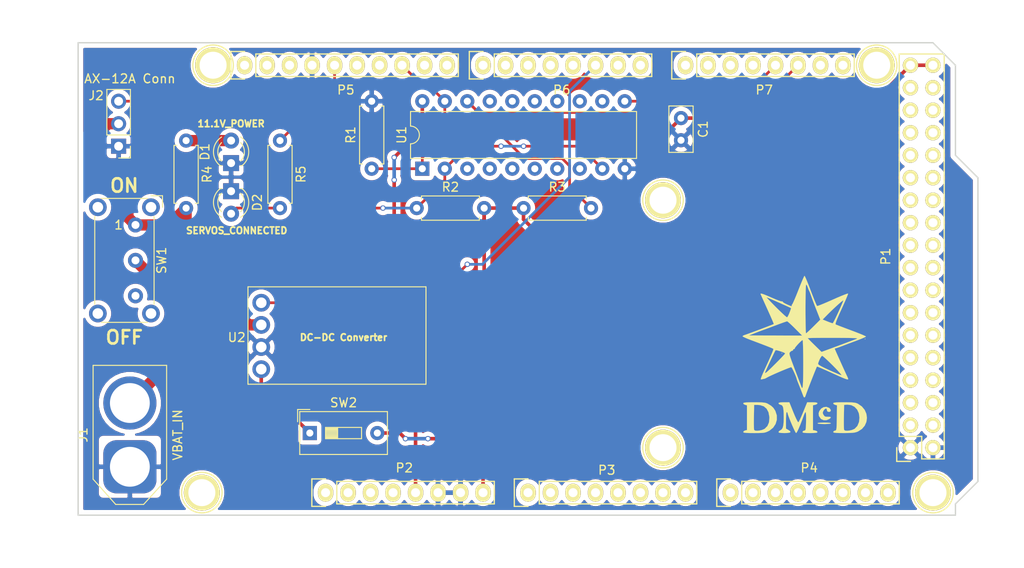
<source format=kicad_pcb>
(kicad_pcb (version 20171130) (host pcbnew "(5.1.10)-1")
  (title_block (date "mar. 31 mars 2015"))
  (layers (0 F.Cu signal) (31 B.Cu signal) (34 B.Paste user) (35 F.Paste user) (36 B.SilkS user) (37 F.SilkS user) (38 B.Mask user) (39 F.Mask user) (44 Edge.Cuts user))
  (net 0 "")
  (net 1 GND)
  (net 2 "/52(SCK)")
  (net 3 "/53(SS)")
  (net 4 "/50(MISO)")
  (net 5 "/51(MOSI)")
  (net 6 /48)
  (net 7 /49)
  (net 8 /46)
  (net 9 /47)
  (net 10 /44)
  (net 11 /45)
  (net 12 /42)
  (net 13 /43)
  (net 14 /40)
  (net 15 /41)
  (net 16 /38)
  (net 17 /39)
  (net 18 /36)
  (net 19 /37)
  (net 20 /34)
  (net 21 /35)
  (net 22 /32)
  (net 23 /33)
  (net 24 /30)
  (net 25 /31)
  (net 26 /28)
  (net 27 /29)
  (net 28 /26)
  (net 29 /27)
  (net 30 /24)
  (net 31 /25)
  (net 32 /22)
  (net 33 /23)
  (net 34 +5V)
  (net 35 /IOREF)
  (net 36 /Reset)
  (net 37 /Vin)
  (net 38 /A0)
  (net 39 /A1)
  (net 40 /A2)
  (net 41 /A3)
  (net 42 /A4)
  (net 43 /A5)
  (net 44 /A6)
  (net 45 /A7)
  (net 46 /A8)
  (net 47 /A9)
  (net 48 /A10)
  (net 49 /A11)
  (net 50 /A12)
  (net 51 /A13)
  (net 52 /A14)
  (net 53 /A15)
  (net 54 /SCL)
  (net 55 /SDA)
  (net 56 /AREF)
  (net 57 "/13(**)")
  (net 58 "/12(**)")
  (net 59 "/11(**)")
  (net 60 "/10(**)")
  (net 61 "/9(**)")
  (net 62 "/8(**)")
  (net 63 "/7(**)")
  (net 64 "/6(**)")
  (net 65 "/5(**)")
  (net 66 "/4(**)")
  (net 67 "/3(**)")
  (net 68 "/2(**)")
  (net 69 "/20(SDA)")
  (net 70 "/21(SCL)")
  (net 71 "Net-(P8-Pad1)")
  (net 72 "Net-(P9-Pad1)")
  (net 73 "Net-(P10-Pad1)")
  (net 74 "Net-(P11-Pad1)")
  (net 75 "Net-(P12-Pad1)")
  (net 76 "Net-(P13-Pad1)")
  (net 77 "Net-(P2-Pad1)")
  (net 78 +3V3)
  (net 79 "/1(Tx0)")
  (net 80 "/0(Rx0)")
  (net 81 "/14(Tx3)")
  (net 82 "/15(Rx3)")
  (net 83 "/16(Tx2)")
  (net 84 "/17(Rx2)")
  (net 85 "/18(Tx1)")
  (net 86 "/19(Rx1)")
  (net 87 "Net-(U1-Pad12)")
  (net 88 "Net-(U1-Pad3)")
  (net 89 "Net-(U1-Pad13)")
  (net 90 "Net-(U1-Pad4)")
  (net 91 "Net-(U1-Pad14)")
  (net 92 "Net-(U1-Pad5)")
  (net 93 "Net-(U1-Pad15)")
  (net 94 "Net-(U1-Pad6)")
  (net 95 "Net-(U1-Pad16)")
  (net 96 "Net-(U1-Pad7)")
  (net 97 "Net-(U1-Pad17)")
  (net 98 "Net-(U1-Pad8)")
  (net 99 "Net-(J1-Pad2)")
  (net 100 "Net-(J2-Pad3)")
  (net 101 "Net-(D1-Pad2)")
  (net 102 "Net-(J2-Pad2)")
  (net 103 "Net-(SW1-Pad3)")
  (net 104 "Net-(D2-Pad2)")
  (net 105 "Net-(SW2-Pad1)")
  (module TMC2208_SILENTSTEPSTICK_UPDATE:dmcdaid_new_logo3 (layer F.Cu) (at 185.42 103.505)
    (fp_text reference G*** hide)
    (fp_text value LOGO hide)
  )
  (module Resistor_THT:R_Axial_DIN0207_L6.3mm_D2.5mm_P7.62mm_Horizontal (layer F.Cu) (at 115.57 79.375 270)
    (fp_text reference R4 (at 3.81 -2.37 90) (layer F.SilkS))
    (fp_text value "value needs calcd")
    (pad 1 thru_hole circle (at 0 0 270) (size 1.6 1.6) (drill 0.8) (layers *.Cu *.Mask) (net 101 "Net-(D1-Pad2)"))
    (pad 2 thru_hole oval (at 7.62 0 270) (size 1.6 1.6) (drill 0.8) (layers *.Cu *.Mask) (net 102 "Net-(J2-Pad2)"))
  )
  (module Socket_Arduino_Mega:Arduino_1pin (layer F.Cu) (at 118.618 70.866)
    (fp_text reference P11 hide)
    (fp_text value CONN_01X01 hide)
    (pad 1 thru_hole circle (at 0 0) (size 4.064 4.064) (drill 3.048) (layers *.Cu *.Mask F.SilkS) (net 74 "Net-(P11-Pad1)"))
  )
  (module Resistor_THT:R_Axial_DIN0207_L6.3mm_D2.5mm_P7.62mm_Horizontal (layer F.Cu) (at 153.67 86.995)
    (fp_text reference R3 (at 3.81 -2.37) (layer F.SilkS))
    (fp_text value 10K)
    (pad 2 thru_hole oval (at 7.62 0) (size 1.6 1.6) (drill 0.8) (layers *.Cu *.Mask) (net 86 "/19(Rx1)"))
    (pad 1 thru_hole circle (at 0 0) (size 1.6 1.6) (drill 0.8) (layers *.Cu *.Mask) (net 34 +5V))
  )
  (module Socket_Arduino_Mega:Socket_Strip_Arduino_2x18 (layer F.Cu) (at 197.358 114.046 90)
    (fp_text reference P1 (at 21.59 -2.794 90) (layer F.SilkS))
    (fp_text value Digital)
    (pad 1 thru_hole circle (at 0 0 90) (size 1.7272 1.7272) (drill 1.016) (layers *.Cu *.Mask F.SilkS) (net 1 GND))
    (pad 2 thru_hole oval (at 0 2.54 90) (size 1.7272 1.7272) (drill 1.016) (layers *.Cu *.Mask F.SilkS) (net 1 GND))
    (pad 3 thru_hole oval (at 2.54 0 90) (size 1.7272 1.7272) (drill 1.016) (layers *.Cu *.Mask F.SilkS) (net 2 "/52(SCK)"))
    (pad 4 thru_hole oval (at 2.54 2.54 90) (size 1.7272 1.7272) (drill 1.016) (layers *.Cu *.Mask F.SilkS) (net 3 "/53(SS)"))
    (pad 5 thru_hole oval (at 5.08 0 90) (size 1.7272 1.7272) (drill 1.016) (layers *.Cu *.Mask F.SilkS) (net 4 "/50(MISO)"))
    (pad 6 thru_hole oval (at 5.08 2.54 90) (size 1.7272 1.7272) (drill 1.016) (layers *.Cu *.Mask F.SilkS) (net 5 "/51(MOSI)"))
    (pad 7 thru_hole oval (at 7.62 0 90) (size 1.7272 1.7272) (drill 1.016) (layers *.Cu *.Mask F.SilkS) (net 6 /48))
    (pad 8 thru_hole oval (at 7.62 2.54 90) (size 1.7272 1.7272) (drill 1.016) (layers *.Cu *.Mask F.SilkS) (net 7 /49))
    (pad 9 thru_hole oval (at 10.16 0 90) (size 1.7272 1.7272) (drill 1.016) (layers *.Cu *.Mask F.SilkS) (net 8 /46))
    (pad 10 thru_hole oval (at 10.16 2.54 90) (size 1.7272 1.7272) (drill 1.016) (layers *.Cu *.Mask F.SilkS) (net 9 /47))
    (pad 11 thru_hole oval (at 12.7 0 90) (size 1.7272 1.7272) (drill 1.016) (layers *.Cu *.Mask F.SilkS) (net 10 /44))
    (pad 12 thru_hole oval (at 12.7 2.54 90) (size 1.7272 1.7272) (drill 1.016) (layers *.Cu *.Mask F.SilkS) (net 11 /45))
    (pad 13 thru_hole oval (at 15.24 0 90) (size 1.7272 1.7272) (drill 1.016) (layers *.Cu *.Mask F.SilkS) (net 12 /42))
    (pad 14 thru_hole oval (at 15.24 2.54 90) (size 1.7272 1.7272) (drill 1.016) (layers *.Cu *.Mask F.SilkS) (net 13 /43))
    (pad 15 thru_hole oval (at 17.78 0 90) (size 1.7272 1.7272) (drill 1.016) (layers *.Cu *.Mask F.SilkS) (net 14 /40))
    (pad 16 thru_hole oval (at 17.78 2.54 90) (size 1.7272 1.7272) (drill 1.016) (layers *.Cu *.Mask F.SilkS) (net 15 /41))
    (pad 17 thru_hole oval (at 20.32 0 90) (size 1.7272 1.7272) (drill 1.016) (layers *.Cu *.Mask F.SilkS) (net 16 /38))
    (pad 18 thru_hole oval (at 20.32 2.54 90) (size 1.7272 1.7272) (drill 1.016) (layers *.Cu *.Mask F.SilkS) (net 17 /39))
    (pad 19 thru_hole oval (at 22.86 0 90) (size 1.7272 1.7272) (drill 1.016) (layers *.Cu *.Mask F.SilkS) (net 18 /36))
    (pad 20 thru_hole oval (at 22.86 2.54 90) (size 1.7272 1.7272) (drill 1.016) (layers *.Cu *.Mask F.SilkS) (net 19 /37))
    (pad 21 thru_hole oval (at 25.4 0 90) (size 1.7272 1.7272) (drill 1.016) (layers *.Cu *.Mask F.SilkS) (net 20 /34))
    (pad 22 thru_hole oval (at 25.4 2.54 90) (size 1.7272 1.7272) (drill 1.016) (layers *.Cu *.Mask F.SilkS) (net 21 /35))
    (pad 23 thru_hole oval (at 27.94 0 90) (size 1.7272 1.7272) (drill 1.016) (layers *.Cu *.Mask F.SilkS) (net 22 /32))
    (pad 24 thru_hole oval (at 27.94 2.54 90) (size 1.7272 1.7272) (drill 1.016) (layers *.Cu *.Mask F.SilkS) (net 23 /33))
    (pad 25 thru_hole oval (at 30.48 0 90) (size 1.7272 1.7272) (drill 1.016) (layers *.Cu *.Mask F.SilkS) (net 24 /30))
    (pad 26 thru_hole oval (at 30.48 2.54 90) (size 1.7272 1.7272) (drill 1.016) (layers *.Cu *.Mask F.SilkS) (net 25 /31))
    (pad 27 thru_hole oval (at 33.02 0 90) (size 1.7272 1.7272) (drill 1.016) (layers *.Cu *.Mask F.SilkS) (net 26 /28))
    (pad 28 thru_hole oval (at 33.02 2.54 90) (size 1.7272 1.7272) (drill 1.016) (layers *.Cu *.Mask F.SilkS) (net 27 /29))
    (pad 29 thru_hole oval (at 35.56 0 90) (size 1.7272 1.7272) (drill 1.016) (layers *.Cu *.Mask F.SilkS) (net 28 /26))
    (pad 30 thru_hole oval (at 35.56 2.54 90) (size 1.7272 1.7272) (drill 1.016) (layers *.Cu *.Mask F.SilkS) (net 29 /27))
    (pad 31 thru_hole oval (at 38.1 0 90) (size 1.7272 1.7272) (drill 1.016) (layers *.Cu *.Mask F.SilkS) (net 30 /24))
    (pad 32 thru_hole oval (at 38.1 2.54 90) (size 1.7272 1.7272) (drill 1.016) (layers *.Cu *.Mask F.SilkS) (net 31 /25))
    (pad 33 thru_hole oval (at 40.64 0 90) (size 1.7272 1.7272) (drill 1.016) (layers *.Cu *.Mask F.SilkS) (net 32 /22))
    (pad 34 thru_hole oval (at 40.64 2.54 90) (size 1.7272 1.7272) (drill 1.016) (layers *.Cu *.Mask F.SilkS) (net 33 /23))
    (pad 35 thru_hole oval (at 43.18 0 90) (size 1.7272 1.7272) (drill 1.016) (layers *.Cu *.Mask F.SilkS) (net 34 +5V))
    (pad 36 thru_hole oval (at 43.18 2.54 90) (size 1.7272 1.7272) (drill 1.016) (layers *.Cu *.Mask F.SilkS) (net 34 +5V))
  )
  (module Socket_Arduino_Mega:Socket_Strip_Arduino_1x08 (layer F.Cu) (at 131.318 119.126)
    (fp_text reference P2 (at 8.89 -2.794) (layer F.SilkS))
    (fp_text value Power)
    (pad 1 thru_hole oval (at 0 0) (size 1.7272 2.032) (drill 1.016) (layers *.Cu *.Mask F.SilkS) (net 77 "Net-(P2-Pad1)"))
    (pad 2 thru_hole oval (at 2.54 0) (size 1.7272 2.032) (drill 1.016) (layers *.Cu *.Mask F.SilkS) (net 35 /IOREF))
    (pad 3 thru_hole oval (at 5.08 0) (size 1.7272 2.032) (drill 1.016) (layers *.Cu *.Mask F.SilkS) (net 36 /Reset))
    (pad 4 thru_hole oval (at 7.62 0) (size 1.7272 2.032) (drill 1.016) (layers *.Cu *.Mask F.SilkS) (net 78 +3V3))
    (pad 5 thru_hole oval (at 10.16 0) (size 1.7272 2.032) (drill 1.016) (layers *.Cu *.Mask F.SilkS) (net 34 +5V))
    (pad 6 thru_hole oval (at 12.7 0) (size 1.7272 2.032) (drill 1.016) (layers *.Cu *.Mask F.SilkS) (net 1 GND))
    (pad 7 thru_hole oval (at 15.24 0) (size 1.7272 2.032) (drill 1.016) (layers *.Cu *.Mask F.SilkS) (net 1 GND))
    (pad 8 thru_hole oval (at 17.78 0) (size 1.7272 2.032) (drill 1.016) (layers *.Cu *.Mask F.SilkS) (net 37 /Vin))
  )
  (module Socket_Arduino_Mega:Socket_Strip_Arduino_1x08 (layer F.Cu) (at 154.178 119.126)
    (fp_text reference P3 (at 8.89 -2.54) (layer F.SilkS))
    (fp_text value Analog)
    (pad 1 thru_hole oval (at 0 0) (size 1.7272 2.032) (drill 1.016) (layers *.Cu *.Mask F.SilkS) (net 38 /A0))
    (pad 2 thru_hole oval (at 2.54 0) (size 1.7272 2.032) (drill 1.016) (layers *.Cu *.Mask F.SilkS) (net 39 /A1))
    (pad 3 thru_hole oval (at 5.08 0) (size 1.7272 2.032) (drill 1.016) (layers *.Cu *.Mask F.SilkS) (net 40 /A2))
    (pad 4 thru_hole oval (at 7.62 0) (size 1.7272 2.032) (drill 1.016) (layers *.Cu *.Mask F.SilkS) (net 41 /A3))
    (pad 5 thru_hole oval (at 10.16 0) (size 1.7272 2.032) (drill 1.016) (layers *.Cu *.Mask F.SilkS) (net 42 /A4))
    (pad 6 thru_hole oval (at 12.7 0) (size 1.7272 2.032) (drill 1.016) (layers *.Cu *.Mask F.SilkS) (net 43 /A5))
    (pad 7 thru_hole oval (at 15.24 0) (size 1.7272 2.032) (drill 1.016) (layers *.Cu *.Mask F.SilkS) (net 44 /A6))
    (pad 8 thru_hole oval (at 17.78 0) (size 1.7272 2.032) (drill 1.016) (layers *.Cu *.Mask F.SilkS) (net 45 /A7))
  )
  (module Socket_Arduino_Mega:Socket_Strip_Arduino_1x08 (layer F.Cu) (at 177.038 119.126)
    (fp_text reference P4 (at 8.89 -2.794) (layer F.SilkS))
    (fp_text value Analog)
    (pad 1 thru_hole oval (at 0 0) (size 1.7272 2.032) (drill 1.016) (layers *.Cu *.Mask F.SilkS) (net 46 /A8))
    (pad 2 thru_hole oval (at 2.54 0) (size 1.7272 2.032) (drill 1.016) (layers *.Cu *.Mask F.SilkS) (net 47 /A9))
    (pad 3 thru_hole oval (at 5.08 0) (size 1.7272 2.032) (drill 1.016) (layers *.Cu *.Mask F.SilkS) (net 48 /A10))
    (pad 4 thru_hole oval (at 7.62 0) (size 1.7272 2.032) (drill 1.016) (layers *.Cu *.Mask F.SilkS) (net 49 /A11))
    (pad 5 thru_hole oval (at 10.16 0) (size 1.7272 2.032) (drill 1.016) (layers *.Cu *.Mask F.SilkS) (net 50 /A12))
    (pad 6 thru_hole oval (at 12.7 0) (size 1.7272 2.032) (drill 1.016) (layers *.Cu *.Mask F.SilkS) (net 51 /A13))
    (pad 7 thru_hole oval (at 15.24 0) (size 1.7272 2.032) (drill 1.016) (layers *.Cu *.Mask F.SilkS) (net 52 /A14))
    (pad 8 thru_hole oval (at 17.78 0) (size 1.7272 2.032) (drill 1.016) (layers *.Cu *.Mask F.SilkS) (net 53 /A15))
  )
  (module Socket_Arduino_Mega:Socket_Strip_Arduino_1x10 (layer F.Cu) (at 122.174 70.866)
    (fp_text reference P5 (at 11.43 2.794) (layer F.SilkS))
    (fp_text value PWM)
    (pad 1 thru_hole oval (at 0 0) (size 1.7272 2.032) (drill 1.016) (layers *.Cu *.Mask F.SilkS) (net 54 /SCL))
    (pad 2 thru_hole oval (at 2.54 0) (size 1.7272 2.032) (drill 1.016) (layers *.Cu *.Mask F.SilkS) (net 55 /SDA))
    (pad 3 thru_hole oval (at 5.08 0) (size 1.7272 2.032) (drill 1.016) (layers *.Cu *.Mask F.SilkS) (net 56 /AREF))
    (pad 4 thru_hole oval (at 7.62 0) (size 1.7272 2.032) (drill 1.016) (layers *.Cu *.Mask F.SilkS) (net 1 GND))
    (pad 5 thru_hole oval (at 10.16 0) (size 1.7272 2.032) (drill 1.016) (layers *.Cu *.Mask F.SilkS) (net 57 "/13(**)"))
    (pad 6 thru_hole oval (at 12.7 0) (size 1.7272 2.032) (drill 1.016) (layers *.Cu *.Mask F.SilkS) (net 58 "/12(**)"))
    (pad 7 thru_hole oval (at 15.24 0) (size 1.7272 2.032) (drill 1.016) (layers *.Cu *.Mask F.SilkS) (net 59 "/11(**)"))
    (pad 8 thru_hole oval (at 17.78 0) (size 1.7272 2.032) (drill 1.016) (layers *.Cu *.Mask F.SilkS) (net 60 "/10(**)"))
    (pad 9 thru_hole oval (at 20.32 0) (size 1.7272 2.032) (drill 1.016) (layers *.Cu *.Mask F.SilkS) (net 61 "/9(**)"))
    (pad 10 thru_hole oval (at 22.86 0) (size 1.7272 2.032) (drill 1.016) (layers *.Cu *.Mask F.SilkS) (net 62 "/8(**)"))
  )
  (module Socket_Arduino_Mega:Socket_Strip_Arduino_1x08 (layer F.Cu) (at 149.098 70.866)
    (fp_text reference P6 (at 8.89 2.794) (layer F.SilkS))
    (fp_text value PWM)
    (pad 1 thru_hole oval (at 0 0) (size 1.7272 2.032) (drill 1.016) (layers *.Cu *.Mask F.SilkS) (net 63 "/7(**)"))
    (pad 2 thru_hole oval (at 2.54 0) (size 1.7272 2.032) (drill 1.016) (layers *.Cu *.Mask F.SilkS) (net 64 "/6(**)"))
    (pad 3 thru_hole oval (at 5.08 0) (size 1.7272 2.032) (drill 1.016) (layers *.Cu *.Mask F.SilkS) (net 65 "/5(**)"))
    (pad 4 thru_hole oval (at 7.62 0) (size 1.7272 2.032) (drill 1.016) (layers *.Cu *.Mask F.SilkS) (net 66 "/4(**)"))
    (pad 5 thru_hole oval (at 10.16 0) (size 1.7272 2.032) (drill 1.016) (layers *.Cu *.Mask F.SilkS) (net 67 "/3(**)"))
    (pad 6 thru_hole oval (at 12.7 0) (size 1.7272 2.032) (drill 1.016) (layers *.Cu *.Mask F.SilkS) (net 68 "/2(**)"))
    (pad 7 thru_hole oval (at 15.24 0) (size 1.7272 2.032) (drill 1.016) (layers *.Cu *.Mask F.SilkS) (net 79 "/1(Tx0)"))
    (pad 8 thru_hole oval (at 17.78 0) (size 1.7272 2.032) (drill 1.016) (layers *.Cu *.Mask F.SilkS) (net 80 "/0(Rx0)"))
  )
  (module Socket_Arduino_Mega:Socket_Strip_Arduino_1x08 (layer F.Cu) (at 171.958 70.866)
    (fp_text reference P7 (at 8.89 2.794) (layer F.SilkS))
    (fp_text value Communication)
    (pad 1 thru_hole oval (at 0 0) (size 1.7272 2.032) (drill 1.016) (layers *.Cu *.Mask F.SilkS) (net 81 "/14(Tx3)"))
    (pad 2 thru_hole oval (at 2.54 0) (size 1.7272 2.032) (drill 1.016) (layers *.Cu *.Mask F.SilkS) (net 82 "/15(Rx3)"))
    (pad 3 thru_hole oval (at 5.08 0) (size 1.7272 2.032) (drill 1.016) (layers *.Cu *.Mask F.SilkS) (net 83 "/16(Tx2)"))
    (pad 4 thru_hole oval (at 7.62 0) (size 1.7272 2.032) (drill 1.016) (layers *.Cu *.Mask F.SilkS) (net 84 "/17(Rx2)"))
    (pad 5 thru_hole oval (at 10.16 0) (size 1.7272 2.032) (drill 1.016) (layers *.Cu *.Mask F.SilkS) (net 85 "/18(Tx1)"))
    (pad 6 thru_hole oval (at 12.7 0) (size 1.7272 2.032) (drill 1.016) (layers *.Cu *.Mask F.SilkS) (net 86 "/19(Rx1)"))
    (pad 7 thru_hole oval (at 15.24 0) (size 1.7272 2.032) (drill 1.016) (layers *.Cu *.Mask F.SilkS) (net 69 "/20(SDA)"))
    (pad 8 thru_hole oval (at 17.78 0) (size 1.7272 2.032) (drill 1.016) (layers *.Cu *.Mask F.SilkS) (net 70 "/21(SCL)"))
  )
  (module Socket_Arduino_Mega:Arduino_1pin (layer F.Cu) (at 117.348 119.126)
    (fp_text reference P8 hide)
    (fp_text value CONN_01X01 hide)
    (pad 1 thru_hole circle (at 0 0) (size 4.064 4.064) (drill 3.048) (layers *.Cu *.Mask F.SilkS) (net 71 "Net-(P8-Pad1)"))
  )
  (module Socket_Arduino_Mega:Arduino_1pin (layer F.Cu) (at 169.418 114.046)
    (fp_text reference P9 hide)
    (fp_text value CONN_01X01 hide)
    (pad 1 thru_hole circle (at 0 0) (size 4.064 4.064) (drill 3.048) (layers *.Cu *.Mask F.SilkS) (net 72 "Net-(P9-Pad1)"))
  )
  (module Socket_Arduino_Mega:Arduino_1pin (layer F.Cu) (at 199.898 119.126)
    (fp_text reference P10 hide)
    (fp_text value CONN_01X01 hide)
    (pad 1 thru_hole circle (at 0 0) (size 4.064 4.064) (drill 3.048) (layers *.Cu *.Mask F.SilkS) (net 73 "Net-(P10-Pad1)"))
  )
  (module Socket_Arduino_Mega:Arduino_1pin (layer F.Cu) (at 169.418 86.106)
    (fp_text reference P12 hide)
    (fp_text value CONN_01X01 hide)
    (pad 1 thru_hole circle (at 0 0) (size 4.064 4.064) (drill 3.048) (layers *.Cu *.Mask F.SilkS) (net 75 "Net-(P12-Pad1)"))
  )
  (module Socket_Arduino_Mega:Arduino_1pin (layer F.Cu) (at 193.548 70.866)
    (fp_text reference P13 hide)
    (fp_text value CONN_01X01 hide)
    (pad 1 thru_hole circle (at 0 0) (size 4.064 4.064) (drill 3.048) (layers *.Cu *.Mask F.SilkS) (net 76 "Net-(P13-Pad1)"))
  )
  (module Capacitor_THT:C_Disc_D5.0mm_W2.5mm_P2.50mm (layer F.Cu) (at 171.45 76.835 270)
    (fp_text reference C1 (at 1.25 -2.5 90) (layer F.SilkS))
    (fp_text value 0.1uF)
    (pad 1 thru_hole circle (at 0 0 270) (size 1.6 1.6) (drill 0.8) (layers *.Cu *.Mask) (net 34 +5V))
    (pad 2 thru_hole circle (at 2.5 0 270) (size 1.6 1.6) (drill 0.8) (layers *.Cu *.Mask) (net 1 GND))
  )
  (module Package_DIP:DIP-20_W7.62mm (layer F.Cu) (at 142.24 82.55 90)
    (fp_text reference U1 (at 3.81 -2.33 90) (layer F.SilkS))
    (fp_text value SN74HC241N)
    (pad 1 thru_hole rect (at 0 0 90) (size 1.6 1.6) (drill 0.8) (layers *.Cu *.Mask) (net 60 "/10(**)"))
    (pad 11 thru_hole oval (at 7.62 22.86 90) (size 1.6 1.6) (drill 0.8) (layers *.Cu *.Mask) (net 85 "/18(Tx1)"))
    (pad 2 thru_hole oval (at 0 2.54 90) (size 1.6 1.6) (drill 0.8) (layers *.Cu *.Mask) (net 100 "Net-(J2-Pad3)"))
    (pad 12 thru_hole oval (at 7.62 20.32 90) (size 1.6 1.6) (drill 0.8) (layers *.Cu *.Mask) (net 87 "Net-(U1-Pad12)"))
    (pad 3 thru_hole oval (at 0 5.08 90) (size 1.6 1.6) (drill 0.8) (layers *.Cu *.Mask) (net 88 "Net-(U1-Pad3)"))
    (pad 13 thru_hole oval (at 7.62 17.78 90) (size 1.6 1.6) (drill 0.8) (layers *.Cu *.Mask) (net 89 "Net-(U1-Pad13)"))
    (pad 4 thru_hole oval (at 0 7.62 90) (size 1.6 1.6) (drill 0.8) (layers *.Cu *.Mask) (net 90 "Net-(U1-Pad4)"))
    (pad 14 thru_hole oval (at 7.62 15.24 90) (size 1.6 1.6) (drill 0.8) (layers *.Cu *.Mask) (net 91 "Net-(U1-Pad14)"))
    (pad 5 thru_hole oval (at 0 10.16 90) (size 1.6 1.6) (drill 0.8) (layers *.Cu *.Mask) (net 92 "Net-(U1-Pad5)"))
    (pad 15 thru_hole oval (at 7.62 12.7 90) (size 1.6 1.6) (drill 0.8) (layers *.Cu *.Mask) (net 93 "Net-(U1-Pad15)"))
    (pad 6 thru_hole oval (at 0 12.7 90) (size 1.6 1.6) (drill 0.8) (layers *.Cu *.Mask) (net 94 "Net-(U1-Pad6)"))
    (pad 16 thru_hole oval (at 7.62 10.16 90) (size 1.6 1.6) (drill 0.8) (layers *.Cu *.Mask) (net 95 "Net-(U1-Pad16)"))
    (pad 7 thru_hole oval (at 0 15.24 90) (size 1.6 1.6) (drill 0.8) (layers *.Cu *.Mask) (net 96 "Net-(U1-Pad7)"))
    (pad 17 thru_hole oval (at 7.62 7.62 90) (size 1.6 1.6) (drill 0.8) (layers *.Cu *.Mask) (net 97 "Net-(U1-Pad17)"))
    (pad 8 thru_hole oval (at 0 17.78 90) (size 1.6 1.6) (drill 0.8) (layers *.Cu *.Mask) (net 98 "Net-(U1-Pad8)"))
    (pad 18 thru_hole oval (at 7.62 5.08 90) (size 1.6 1.6) (drill 0.8) (layers *.Cu *.Mask) (net 86 "/19(Rx1)"))
    (pad 9 thru_hole oval (at 0 20.32 90) (size 1.6 1.6) (drill 0.8) (layers *.Cu *.Mask) (net 100 "Net-(J2-Pad3)"))
    (pad 19 thru_hole oval (at 7.62 2.54 90) (size 1.6 1.6) (drill 0.8) (layers *.Cu *.Mask) (net 60 "/10(**)"))
    (pad 10 thru_hole oval (at 0 22.86 90) (size 1.6 1.6) (drill 0.8) (layers *.Cu *.Mask) (net 1 GND))
    (pad 20 thru_hole oval (at 7.62 0 90) (size 1.6 1.6) (drill 0.8) (layers *.Cu *.Mask) (net 34 +5V))
  )
  (module Resistor_THT:R_Axial_DIN0207_L6.3mm_D2.5mm_P7.62mm_Horizontal (layer F.Cu) (at 136.525 82.55 90)
    (fp_text reference R1 (at 3.81 -2.37 90) (layer F.SilkS))
    (fp_text value 10K)
    (pad 1 thru_hole circle (at 0 0 90) (size 1.6 1.6) (drill 0.8) (layers *.Cu *.Mask) (net 60 "/10(**)"))
    (pad 2 thru_hole oval (at 7.62 0 90) (size 1.6 1.6) (drill 0.8) (layers *.Cu *.Mask) (net 1 GND))
  )
  (module Resistor_THT:R_Axial_DIN0207_L6.3mm_D2.5mm_P7.62mm_Horizontal (layer F.Cu) (at 141.605 86.995)
    (fp_text reference R2 (at 3.81 -2.37) (layer F.SilkS))
    (fp_text value 10K)
    (pad 1 thru_hole circle (at 0 0) (size 1.6 1.6) (drill 0.8) (layers *.Cu *.Mask) (net 100 "Net-(J2-Pad3)"))
    (pad 2 thru_hole oval (at 7.62 0) (size 1.6 1.6) (drill 0.8) (layers *.Cu *.Mask) (net 34 +5V))
  )
  (module LED_THT:LED_D3.0mm (layer F.Cu) (at 120.65 81.915 90)
    (fp_text reference D1 (at 1.27 -2.96 90) (layer F.SilkS))
    (fp_text value LED)
    (pad 1 thru_hole rect (at 0 0 90) (size 1.8 1.8) (drill 0.9) (layers *.Cu *.Mask) (net 1 GND))
    (pad 2 thru_hole circle (at 2.54 0 90) (size 1.8 1.8) (drill 0.9) (layers *.Cu *.Mask) (net 101 "Net-(D1-Pad2)"))
  )
  (module Button_Switch_THT:SW_E-Switch_EG1224_SPDT_Angled (layer F.Cu) (at 109.855 88.9 270)
    (fp_text reference SW1 (at 4 -2.95 90) (layer F.SilkS))
    (fp_text value SW_DIP_x01)
    (pad "" thru_hole circle (at -2 -1.75 270) (size 2 2) (drill 1.2) (layers *.Cu *.Mask))
    (pad "" thru_hole circle (at 10 -1.75 270) (size 2 2) (drill 1.2) (layers *.Cu *.Mask))
    (pad "" thru_hole circle (at 10 4.25 270) (size 2 2) (drill 1.2) (layers *.Cu *.Mask))
    (pad "" thru_hole circle (at -2 4.25 270) (size 2 2) (drill 1.2) (layers *.Cu *.Mask))
    (pad 1 thru_hole circle (at 0 0 270) (size 1.7 1.7) (drill 0.9) (layers *.Cu *.Mask) (net 102 "Net-(J2-Pad2)"))
    (pad 2 thru_hole circle (at 4 0 270) (size 1.7 1.7) (drill 0.9) (layers *.Cu *.Mask) (net 99 "Net-(J1-Pad2)"))
    (pad 3 thru_hole circle (at 8 0 270) (size 1.7 1.7) (drill 0.9) (layers *.Cu *.Mask) (net 103 "Net-(SW1-Pad3)"))
  )
  (module Connector_PinHeader_2.54mm:PinHeader_1x03_P2.54mm_Vertical (layer F.Cu) (at 107.95 80.01 180)
    (fp_text reference J2 (at 2.54 5.715) (layer F.SilkS))
    (fp_text value "AX-12A Conn" (at -1.27 7.62) (layer F.SilkS))
    (pad 1 thru_hole rect (at 0 0 180) (size 1.7 1.7) (drill 1) (layers *.Cu *.Mask) (net 1 GND))
    (pad 2 thru_hole oval (at 0 2.54 180) (size 1.7 1.7) (drill 1) (layers *.Cu *.Mask) (net 102 "Net-(J2-Pad2)"))
    (pad 3 thru_hole oval (at 0 5.08 180) (size 1.7 1.7) (drill 1) (layers *.Cu *.Mask) (net 100 "Net-(J2-Pad3)"))
  )
  (module LED_THT:LED_D3.0mm (layer F.Cu) (at 120.65 85.09 270)
    (fp_text reference D2 (at 1.27 -2.96 90) (layer F.SilkS))
    (fp_text value ATTACHED)
    (pad 1 thru_hole rect (at 0 0 270) (size 1.8 1.8) (drill 0.9) (layers *.Cu *.Mask) (net 1 GND))
    (pad 2 thru_hole circle (at 2.54 0 270) (size 1.8 1.8) (drill 0.9) (layers *.Cu *.Mask) (net 104 "Net-(D2-Pad2)"))
  )
  (module Resistor_THT:R_Axial_DIN0207_L6.3mm_D2.5mm_P7.62mm_Horizontal (layer F.Cu) (at 126.170001 79.375 270)
    (fp_text reference R5 (at 3.81 -2.37 90) (layer F.SilkS))
    (fp_text value "value needs calcd")
    (pad 1 thru_hole circle (at 0 0 270) (size 1.6 1.6) (drill 0.8) (layers *.Cu *.Mask) (net 57 "/13(**)"))
    (pad 2 thru_hole oval (at 7.62 0 270) (size 1.6 1.6) (drill 0.8) (layers *.Cu *.Mask) (net 104 "Net-(D2-Pad2)"))
  )
  (module Connector_AMASS:AMASS_XT60-M_1x02_P7.20mm_Vertical (layer F.Cu) (at 109.22 116.205 90)
    (fp_text reference J1 (at 3.6 -5.3 270) (layer F.SilkS))
    (fp_text value VBAT_IN (at 3.6 5.4 90) (layer F.SilkS))
    (pad 2 thru_hole circle (at 7.2 0 90) (size 6 6) (drill 4.5) (layers *.Cu *.Mask) (net 99 "Net-(J1-Pad2)"))
    (pad 1 thru_hole roundrect (at 0 0 90) (size 6 6) (drill 4.5) (layers *.Cu *.Mask) (net 1 GND))
  )
  (module TMC2208_SILENTSTEPSTICK_UPDATE:DC_DC_Step_Down_YOUMILE (layer F.Cu) (at 122.555 95.885)
    (fp_text reference U2 (at -1.27 5.715) (layer F.SilkS))
    (fp_text value DC_DC_Step_Down_YOUMILE)
    (pad 1 thru_hole circle (at 1.5 1.8) (size 2 2) (drill 1.2) (layers *.Cu *.Mask) (net 68 "/2(**)"))
    (pad 2 thru_hole circle (at 1.5 4.3) (size 2 2) (drill 1.2) (layers *.Cu *.Mask) (net 102 "Net-(J2-Pad2)"))
    (pad 3 thru_hole circle (at 1.5 6.8) (size 2 2) (drill 1.2) (layers *.Cu *.Mask) (net 1 GND))
    (pad 4 thru_hole circle (at 1.5 9.3) (size 2 2) (drill 1.2) (layers *.Cu *.Mask) (net 105 "Net-(SW2-Pad1)"))
  )
  (module Button_Switch_THT:SW_DIP_SPSTx01_Slide_9.78x4.72mm_W7.62mm_P2.54mm (layer F.Cu) (at 129.54 112.395)
    (fp_text reference SW2 (at 3.81 -3.42) (layer F.SilkS))
    (fp_text value SW_DIP_x01)
    (pad 1 thru_hole rect (at 0 0) (size 1.6 1.6) (drill 0.8) (layers *.Cu *.Mask) (net 105 "Net-(SW2-Pad1)"))
    (pad 2 thru_hole oval (at 7.62 0) (size 1.6 1.6) (drill 0.8) (layers *.Cu *.Mask) (net 37 /Vin))
  )
  (gr_text "DC-DC Converter" (at 133.35 101.6) (layer F.SilkS) (effects (font (size 0.75 0.75) (thickness 0.1875))))
  (gr_text SERVOS_CONNECTED (at 121.285 89.535) (layer F.SilkS) (effects (font (size 0.75 0.75) (thickness 0.1875))))
  (gr_text 11.1V_POWER (at 120.65 77.47) (layer F.SilkS) (effects (font (size 0.75 0.75) (thickness 0.1875))))
  (gr_text ON (at 108.585 84.455) (layer F.SilkS) (effects (font (size 1.5 1.5) (thickness 0.3))))
  (gr_text OFF (at 108.585 101.6) (layer F.SilkS) (effects (font (size 1.5 1.5) (thickness 0.3))))
  (gr_text 1 (at 107.95 88.9) (layer F.SilkS) (effects (font (size 1 1))))
  (gr_line (start 202.438 121.666) (end 103.378 121.666) (angle 90) (layer Edge.Cuts) (width 0.15))
  (gr_line (start 202.438 120.396) (end 202.438 121.666) (angle 90) (layer Edge.Cuts) (width 0.15))
  (gr_line (start 204.978 117.856) (end 202.438 120.396) (angle 90) (layer Edge.Cuts) (width 0.15))
  (gr_line (start 204.978 83.566) (end 204.978 117.856) (angle 90) (layer Edge.Cuts) (width 0.15))
  (gr_line (start 202.438 81.026) (end 204.978 83.566) (angle 90) (layer Edge.Cuts) (width 0.15))
  (gr_line (start 202.438 70.866) (end 202.438 81.026) (angle 90) (layer Edge.Cuts) (width 0.15))
  (gr_line (start 199.898 68.326) (end 202.438 70.866) (angle 90) (layer Edge.Cuts) (width 0.15))
  (gr_line (start 103.378 68.326) (end 199.898 68.326) (angle 90) (layer Edge.Cuts) (width 0.15))
  (gr_line (start 103.378 121.666) (end 103.378 68.326) (angle 90) (layer Edge.Cuts) (width 0.15))
  (segment (start 141.478 119.126) (end 141.478 110.617) (width 0.406) (layer F.Cu) (net 34))
  (segment (start 149.225 102.87) (end 149.225 86.995) (width 0.406) (layer F.Cu) (net 34))
  (segment (start 141.478 110.617) (end 149.225 102.87) (width 0.406) (layer F.Cu) (net 34))
  (via (at 139.065 81.28) (size 0.6) (drill 0.4) (layers F.Cu B.Cu) (net 34))
  (segment (start 142.24 78.105) (end 139.065 81.28) (width 0.406) (layer F.Cu) (net 34))
  (segment (start 142.24 74.93) (end 142.24 78.105) (width 0.406) (layer F.Cu) (net 34))
  (via (at 139.065 83.82) (size 0.6) (drill 0.4) (layers F.Cu B.Cu) (net 34))
  (segment (start 139.065 81.28) (end 139.065 83.82) (width 0.406) (layer B.Cu) (net 34))
  (segment (start 149.225 88.265) (end 149.225 86.995) (width 0.406) (layer F.Cu) (net 34))
  (segment (start 147.32 90.17) (end 149.225 88.265) (width 0.406) (layer F.Cu) (net 34))
  (segment (start 139.7 90.17) (end 147.32 90.17) (width 0.406) (layer F.Cu) (net 34))
  (segment (start 139.065 89.535) (end 139.7 90.17) (width 0.406) (layer F.Cu) (net 34))
  (segment (start 139.065 83.82) (end 139.065 89.535) (width 0.406) (layer F.Cu) (net 34))
  (segment (start 149.225 86.995) (end 153.67 86.995) (width 0.406) (layer F.Cu) (net 34))
  (segment (start 171.45 76.835) (end 182.245 76.835) (width 0.406) (layer F.Cu) (net 34))
  (segment (start 182.245 76.835) (end 184.785 74.295) (width 0.406) (layer F.Cu) (net 34))
  (segment (start 193.929 74.295) (end 197.358 70.866) (width 0.406) (layer F.Cu) (net 34))
  (segment (start 184.785 74.295) (end 193.929 74.295) (width 0.406) (layer F.Cu) (net 34))
  (segment (start 197.358 70.866) (end 199.898 70.866) (width 0.406) (layer F.Cu) (net 34))
  (segment (start 153.67 86.995) (end 153.67 88.265) (width 0.406) (layer F.Cu) (net 34))
  (segment (start 153.67 88.265) (end 154.94 89.535) (width 0.406) (layer F.Cu) (net 34))
  (segment (start 154.94 89.535) (end 162.56 89.535) (width 0.406) (layer F.Cu) (net 34))
  (segment (start 162.56 89.535) (end 166.37 85.725) (width 0.406) (layer F.Cu) (net 34))
  (segment (start 166.37 85.725) (end 166.37 83.82) (width 0.406) (layer F.Cu) (net 34))
  (segment (start 166.37 83.82) (end 169.545 80.645) (width 0.406) (layer F.Cu) (net 34))
  (segment (start 169.545 78.74) (end 171.45 76.835) (width 0.406) (layer F.Cu) (net 34))
  (segment (start 169.545 80.645) (end 169.545 78.74) (width 0.406) (layer F.Cu) (net 34))
  (via (at 140.335 113.03) (size 0.6) (drill 0.4) (layers F.Cu B.Cu) (net 37))
  (via (at 142.875 113.03) (size 0.6) (drill 0.4) (layers F.Cu B.Cu) (net 37))
  (segment (start 140.335 113.03) (end 142.875 113.03) (width 0.406) (layer B.Cu) (net 37))
  (segment (start 142.875 113.03) (end 145.415 113.03) (width 0.406) (layer F.Cu) (net 37))
  (segment (start 149.098 116.713) (end 149.098 119.126) (width 0.406) (layer F.Cu) (net 37))
  (segment (start 145.415 113.03) (end 149.098 116.713) (width 0.406) (layer F.Cu) (net 37))
  (segment (start 139.7 112.395) (end 140.335 113.03) (width 0.406) (layer F.Cu) (net 37))
  (segment (start 137.16 112.395) (end 139.7 112.395) (width 0.406) (layer F.Cu) (net 37))
  (segment (start 132.334 73.211001) (end 126.170001 79.375) (width 0.305) (layer F.Cu) (net 57))
  (segment (start 132.334 70.866) (end 132.334 73.211001) (width 0.305) (layer F.Cu) (net 57))
  (segment (start 139.954 70.866) (end 142.113 73.025) (width 0.305) (layer F.Cu) (net 60))
  (segment (start 142.875 73.025) (end 144.78 74.93) (width 0.305) (layer F.Cu) (net 60))
  (segment (start 142.113 73.025) (end 142.875 73.025) (width 0.305) (layer F.Cu) (net 60))
  (segment (start 144.78 74.93) (end 144.78 78.74) (width 0.305) (layer F.Cu) (net 60))
  (segment (start 142.24 81.28) (end 142.24 82.55) (width 0.305) (layer F.Cu) (net 60))
  (segment (start 144.78 78.74) (end 142.24 81.28) (width 0.305) (layer F.Cu) (net 60))
  (segment (start 142.24 82.55) (end 136.525 82.55) (width 0.305) (layer F.Cu) (net 60))
  (via (at 147.32 93.345) (size 0.6) (drill 0.4) (layers F.Cu B.Cu) (net 68))
  (segment (start 142.98 97.685) (end 147.32 93.345) (width 0.305) (layer F.Cu) (net 68))
  (segment (start 124.055 97.685) (end 142.98 97.685) (width 0.305) (layer F.Cu) (net 68))
  (segment (start 158.867499 73.796501) (end 161.798 70.866) (width 0.305) (layer B.Cu) (net 68))
  (segment (start 158.867499 83.503203) (end 158.867499 73.796501) (width 0.305) (layer B.Cu) (net 68))
  (segment (start 149.025702 93.345) (end 158.867499 83.503203) (width 0.305) (layer B.Cu) (net 68))
  (segment (start 147.32 93.345) (end 149.025702 93.345) (width 0.305) (layer B.Cu) (net 68))
  (segment (start 165.1 74.93) (end 167.64 74.93) (width 0.305) (layer F.Cu) (net 85))
  (segment (start 167.64 74.93) (end 169.545 73.025) (width 0.305) (layer F.Cu) (net 85))
  (segment (start 179.959 73.025) (end 182.118 70.866) (width 0.305) (layer F.Cu) (net 85))
  (segment (start 169.545 73.025) (end 179.959 73.025) (width 0.305) (layer F.Cu) (net 85))
  (segment (start 147.32 74.93) (end 148.59 76.2) (width 0.305) (layer F.Cu) (net 86))
  (segment (start 148.59 76.2) (end 167.64 76.2) (width 0.305) (layer F.Cu) (net 86))
  (segment (start 181.99399 73.53001) (end 184.658 70.866) (width 0.305) (layer F.Cu) (net 86))
  (segment (start 170.30999 73.53001) (end 181.99399 73.53001) (width 0.305) (layer F.Cu) (net 86))
  (segment (start 167.64 76.2) (end 170.30999 73.53001) (width 0.305) (layer F.Cu) (net 86))
  (segment (start 158.867499 84.572499) (end 161.29 86.995) (width 0.305) (layer F.Cu) (net 86))
  (segment (start 158.867499 82.231797) (end 158.867499 84.572499) (width 0.305) (layer F.Cu) (net 86))
  (segment (start 158.033201 81.397499) (end 158.867499 82.231797) (width 0.305) (layer F.Cu) (net 86))
  (segment (start 153.787499 81.397499) (end 158.033201 81.397499) (width 0.305) (layer F.Cu) (net 86))
  (segment (start 147.32 74.93) (end 153.787499 81.397499) (width 0.305) (layer F.Cu) (net 86))
  (segment (start 109.22 109.005) (end 114.935 103.29) (width 1.27) (layer F.Cu) (net 99))
  (segment (start 114.935 97.98) (end 109.855 92.9) (width 1.27) (layer F.Cu) (net 99))
  (segment (start 114.935 103.29) (end 114.935 97.98) (width 1.27) (layer F.Cu) (net 99))
  (segment (start 144.78 83.82) (end 141.605 86.995) (width 0.305) (layer F.Cu) (net 100))
  (segment (start 144.78 82.55) (end 144.78 83.82) (width 0.305) (layer F.Cu) (net 100))
  (via (at 151.13 80.01) (size 0.6) (drill 0.4) (layers F.Cu B.Cu) (net 100))
  (segment (start 147.32 80.01) (end 151.13 80.01) (width 0.305) (layer F.Cu) (net 100))
  (segment (start 144.78 82.55) (end 147.32 80.01) (width 0.305) (layer F.Cu) (net 100))
  (via (at 153.67 80.01) (size 0.6) (drill 0.4) (layers F.Cu B.Cu) (net 100))
  (segment (start 151.13 80.01) (end 153.67 80.01) (width 0.305) (layer B.Cu) (net 100))
  (segment (start 160.02 80.01) (end 162.56 82.55) (width 0.305) (layer F.Cu) (net 100))
  (segment (start 153.67 80.01) (end 160.02 80.01) (width 0.305) (layer F.Cu) (net 100))
  (segment (start 107.95 74.93) (end 120.65 74.93) (width 0.305) (layer F.Cu) (net 100))
  (segment (start 120.65 74.93) (end 123.825 78.105) (width 0.305) (layer F.Cu) (net 100))
  (segment (start 123.825 78.105) (end 123.825 78.735701) (width 0.305) (layer F.Cu) (net 100))
  (segment (start 123.825 78.735701) (end 123.825 81.915) (width 0.305) (layer F.Cu) (net 100))
  (segment (start 123.825 81.915) (end 125.73 83.82) (width 0.305) (layer F.Cu) (net 100))
  (via (at 137.795 86.995) (size 0.6) (drill 0.4) (layers F.Cu B.Cu) (net 100))
  (segment (start 128.905 86.995) (end 137.795 86.995) (width 0.305) (layer F.Cu) (net 100))
  (segment (start 125.73 83.82) (end 128.905 86.995) (width 0.305) (layer F.Cu) (net 100))
  (segment (start 137.795 86.995) (end 141.605 86.995) (width 0.305) (layer B.Cu) (net 100))
  (segment (start 115.57 79.375) (end 120.65 79.375) (width 1.27) (layer F.Cu) (net 101))
  (segment (start 109.005001 88.050001) (end 109.005001 86.780001) (width 1.27) (layer F.Cu) (net 102))
  (segment (start 109.855 88.9) (end 109.005001 88.050001) (width 1.27) (layer F.Cu) (net 102))
  (segment (start 109.005001 86.780001) (end 104.775 82.55) (width 1.27) (layer F.Cu) (net 102))
  (segment (start 106.747919 77.47) (end 107.95 77.47) (width 1.27) (layer F.Cu) (net 102))
  (segment (start 104.775 79.442919) (end 106.747919 77.47) (width 1.27) (layer F.Cu) (net 102))
  (segment (start 104.775 82.55) (end 104.775 79.442919) (width 1.27) (layer F.Cu) (net 102))
  (segment (start 113.665 88.9) (end 115.57 86.995) (width 1.27) (layer F.Cu) (net 102))
  (segment (start 109.855 88.9) (end 113.665 88.9) (width 1.27) (layer F.Cu) (net 102))
  (segment (start 115.57 93.114213) (end 115.57 86.995) (width 1.27) (layer F.Cu) (net 102))
  (segment (start 122.640787 100.185) (end 115.57 93.114213) (width 1.27) (layer F.Cu) (net 102))
  (segment (start 124.055 100.185) (end 122.640787 100.185) (width 1.27) (layer F.Cu) (net 102))
  (segment (start 121.285 86.995) (end 120.65 87.63) (width 0.305) (layer F.Cu) (net 104))
  (segment (start 126.170001 86.995) (end 121.285 86.995) (width 0.305) (layer F.Cu) (net 104))
  (segment (start 124.055 106.91) (end 129.54 112.395) (width 0.406) (layer F.Cu) (net 105))
  (segment (start 124.055 105.185) (end 124.055 106.91) (width 0.406) (layer F.Cu) (net 105))
  (zone (net 1) (net_name GND) (layer F.Cu) (connect_pads (clearance 0.508)) (min_thickness 0.254) (fill yes (arc_segments 32) (thermal_gap 0.508) (thermal_bridge_width 0.508))
    (polygon (pts (xy 210.185 127.635) (xy 101.6 127.635) (xy 101.6 63.5) (xy 210.185 63.5)))
  )
  (zone (net 1) (net_name GND) (layer B.Cu) (connect_pads (clearance 0.508)) (min_thickness 0.254) (fill yes (arc_segments 32) (thermal_gap 0.508) (thermal_bridge_width 0.508))
    (polygon (pts (xy 210.185 127.635) (xy 101.6 127.635) (xy 101.6 63.5) (xy 210.185 63.5)))
  )
)
</source>
